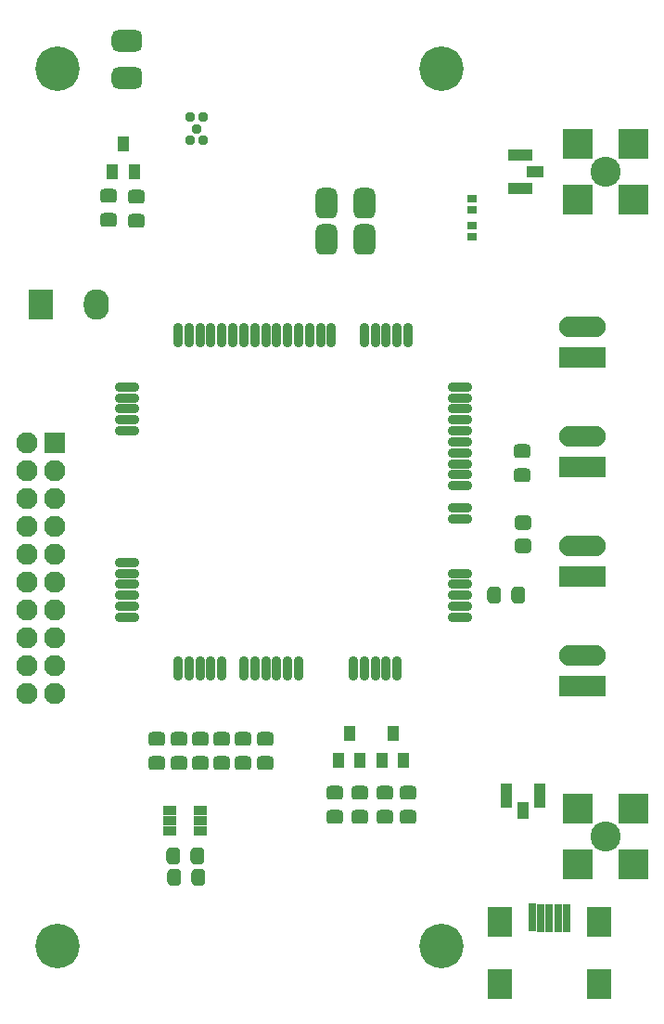
<source format=gbs>
G04*
G04 #@! TF.GenerationSoftware,Altium Limited,Altium Designer,20.1.11 (218)*
G04*
G04 Layer_Color=16711935*
%FSTAX24Y24*%
%MOIN*%
G70*
G04*
G04 #@! TF.SameCoordinates,265BAA9A-0927-4A7B-A448-E96A6529A9FE*
G04*
G04*
G04 #@! TF.FilePolarity,Negative*
G04*
G01*
G75*
G04:AMPARAMS|DCode=46|XSize=77mil|YSize=110mil|CornerRadius=21.7mil|HoleSize=0mil|Usage=FLASHONLY|Rotation=90.000|XOffset=0mil|YOffset=0mil|HoleType=Round|Shape=RoundedRectangle|*
%AMROUNDEDRECTD46*
21,1,0.0770,0.0665,0,0,90.0*
21,1,0.0335,0.1100,0,0,90.0*
1,1,0.0435,0.0333,0.0168*
1,1,0.0435,0.0333,-0.0168*
1,1,0.0435,-0.0333,-0.0168*
1,1,0.0435,-0.0333,0.0168*
%
%ADD46ROUNDEDRECTD46*%
G04:AMPARAMS|DCode=47|XSize=50mil|YSize=62mil|CornerRadius=15mil|HoleSize=0mil|Usage=FLASHONLY|Rotation=0.000|XOffset=0mil|YOffset=0mil|HoleType=Round|Shape=RoundedRectangle|*
%AMROUNDEDRECTD47*
21,1,0.0500,0.0320,0,0,0.0*
21,1,0.0200,0.0620,0,0,0.0*
1,1,0.0300,0.0100,-0.0160*
1,1,0.0300,-0.0100,-0.0160*
1,1,0.0300,-0.0100,0.0160*
1,1,0.0300,0.0100,0.0160*
%
%ADD47ROUNDEDRECTD47*%
G04:AMPARAMS|DCode=49|XSize=50mil|YSize=62mil|CornerRadius=15mil|HoleSize=0mil|Usage=FLASHONLY|Rotation=90.000|XOffset=0mil|YOffset=0mil|HoleType=Round|Shape=RoundedRectangle|*
%AMROUNDEDRECTD49*
21,1,0.0500,0.0320,0,0,90.0*
21,1,0.0200,0.0620,0,0,90.0*
1,1,0.0300,0.0160,0.0100*
1,1,0.0300,0.0160,-0.0100*
1,1,0.0300,-0.0160,-0.0100*
1,1,0.0300,-0.0160,0.0100*
%
%ADD49ROUNDEDRECTD49*%
%ADD60R,0.1084X0.1084*%
%ADD61C,0.1084*%
%ADD62R,0.0769X0.0769*%
%ADD63C,0.0769*%
%ADD64O,0.0900X0.1100*%
%ADD65R,0.0900X0.1100*%
%ADD66C,0.0370*%
%ADD67O,0.1675X0.0750*%
%ADD68R,0.1675X0.0750*%
%ADD69C,0.1596*%
%ADD102O,0.0887X0.0336*%
%ADD103R,0.0494X0.0317*%
%ADD104R,0.0890X0.0430*%
%ADD105R,0.0600X0.0430*%
G04:AMPARAMS|DCode=106|XSize=77mil|YSize=110mil|CornerRadius=21.7mil|HoleSize=0mil|Usage=FLASHONLY|Rotation=0.000|XOffset=0mil|YOffset=0mil|HoleType=Round|Shape=RoundedRectangle|*
%AMROUNDEDRECTD106*
21,1,0.0770,0.0665,0,0,0.0*
21,1,0.0335,0.1100,0,0,0.0*
1,1,0.0435,0.0168,-0.0333*
1,1,0.0435,-0.0168,-0.0333*
1,1,0.0435,-0.0168,0.0333*
1,1,0.0435,0.0168,0.0333*
%
%ADD106ROUNDEDRECTD106*%
%ADD107O,0.0336X0.0887*%
G04:AMPARAMS|DCode=108|XSize=53.3mil|YSize=61.2mil|CornerRadius=15.8mil|HoleSize=0mil|Usage=FLASHONLY|Rotation=270.000|XOffset=0mil|YOffset=0mil|HoleType=Round|Shape=RoundedRectangle|*
%AMROUNDEDRECTD108*
21,1,0.0533,0.0295,0,0,270.0*
21,1,0.0217,0.0612,0,0,270.0*
1,1,0.0317,-0.0148,-0.0108*
1,1,0.0317,-0.0148,0.0108*
1,1,0.0317,0.0148,0.0108*
1,1,0.0317,0.0148,-0.0108*
%
%ADD108ROUNDEDRECTD108*%
%ADD109R,0.0435X0.0572*%
%ADD110R,0.0336X0.0280*%
%ADD111R,0.0887X0.1084*%
%ADD112R,0.0297X0.0986*%
%ADD113R,0.0430X0.0890*%
%ADD114R,0.0430X0.0600*%
D46*
X097709Y111579D02*
D03*
Y112939D02*
D03*
D47*
X100278Y082899D02*
D03*
X099411D02*
D03*
X110907Y093027D02*
D03*
X111774D02*
D03*
X099392Y083667D02*
D03*
X100258D02*
D03*
D49*
X101118Y086983D02*
D03*
X101118Y08785D02*
D03*
X10697Y08594D02*
D03*
Y085074D02*
D03*
X098033Y107318D02*
D03*
Y106452D02*
D03*
X097059Y107357D02*
D03*
Y106491D02*
D03*
X111921Y098184D02*
D03*
Y097318D02*
D03*
X107813Y08594D02*
D03*
Y085074D02*
D03*
X106065Y08594D02*
D03*
Y085074D02*
D03*
X101894Y086983D02*
D03*
Y08785D02*
D03*
X099567Y086983D02*
D03*
X099567Y08785D02*
D03*
X102669Y086983D02*
D03*
Y08785D02*
D03*
X100343Y086983D02*
D03*
Y08785D02*
D03*
X098791Y086983D02*
D03*
Y08785D02*
D03*
X105189Y08593D02*
D03*
Y085064D02*
D03*
D60*
X113904Y10721D02*
D03*
X115904D02*
D03*
Y10921D02*
D03*
X113904D02*
D03*
Y083356D02*
D03*
X115904D02*
D03*
Y085356D02*
D03*
X113904D02*
D03*
D61*
X114904Y10821D02*
D03*
Y084356D02*
D03*
D62*
X0951Y0985D02*
D03*
D63*
Y0975D02*
D03*
Y0965D02*
D03*
Y0955D02*
D03*
X0951Y0945D02*
D03*
X0941Y0945D02*
D03*
X0951Y0935D02*
D03*
X0941D02*
D03*
X0951Y0925D02*
D03*
X0941D02*
D03*
X0951Y0915D02*
D03*
X0941D02*
D03*
X0951Y0905D02*
D03*
X0941D02*
D03*
X0951Y0895D02*
D03*
X0941D02*
D03*
Y0985D02*
D03*
Y0975D02*
D03*
Y0965D02*
D03*
Y0955D02*
D03*
D64*
X0966Y10345D02*
D03*
D65*
X0946D02*
D03*
D66*
X100208Y109776D02*
D03*
X100438Y110206D02*
D03*
X099978D02*
D03*
Y109346D02*
D03*
X100438D02*
D03*
D67*
X114066Y094798D02*
D03*
Y098735D02*
D03*
Y102672D02*
D03*
Y090861D02*
D03*
D68*
Y093698D02*
D03*
Y097635D02*
D03*
Y101572D02*
D03*
Y089761D02*
D03*
D69*
X095218Y080419D02*
D03*
X108998D02*
D03*
Y111915D02*
D03*
X095218D02*
D03*
D102*
X109667Y096167D02*
D03*
Y097348D02*
D03*
Y09223D02*
D03*
Y100497D02*
D03*
X097699Y093804D02*
D03*
Y093017D02*
D03*
X109667Y100104D02*
D03*
Y09971D02*
D03*
Y098922D02*
D03*
Y099316D02*
D03*
Y097741D02*
D03*
Y098529D02*
D03*
Y095773D02*
D03*
Y093017D02*
D03*
Y092623D02*
D03*
Y093411D02*
D03*
Y093804D02*
D03*
X097699Y092623D02*
D03*
Y093411D02*
D03*
Y09971D02*
D03*
Y100104D02*
D03*
Y099316D02*
D03*
Y098922D02*
D03*
Y094198D02*
D03*
X109667Y098135D02*
D03*
Y096954D02*
D03*
X097699Y09223D02*
D03*
Y100497D02*
D03*
D103*
X099255Y084926D02*
D03*
Y0853D02*
D03*
Y084552D02*
D03*
X100335D02*
D03*
Y084926D02*
D03*
Y0853D02*
D03*
D104*
X111858Y10881D02*
D03*
Y10761D02*
D03*
D105*
X112388Y10821D02*
D03*
D106*
X104873Y105783D02*
D03*
X106233D02*
D03*
X104873Y107102D02*
D03*
X106233D02*
D03*
D107*
X101911Y090379D02*
D03*
X099943Y102348D02*
D03*
X100337D02*
D03*
X101124D02*
D03*
X10073D02*
D03*
X102305D02*
D03*
X102699D02*
D03*
X101911D02*
D03*
X101518D02*
D03*
X104667D02*
D03*
X105061D02*
D03*
X10388D02*
D03*
X104274D02*
D03*
X103486D02*
D03*
X103093D02*
D03*
X10703D02*
D03*
X107423D02*
D03*
X106636D02*
D03*
X106242D02*
D03*
X101124Y090379D02*
D03*
X10073D02*
D03*
X099943D02*
D03*
X100337D02*
D03*
X10388D02*
D03*
X103093D02*
D03*
X103486D02*
D03*
X102305D02*
D03*
X102699D02*
D03*
X105848D02*
D03*
X106636D02*
D03*
X106242D02*
D03*
X10703D02*
D03*
X107423D02*
D03*
X099549D02*
D03*
Y102348D02*
D03*
X107817D02*
D03*
D108*
X111931Y095615D02*
D03*
Y094789D02*
D03*
D109*
X097968Y10823D02*
D03*
X097168D02*
D03*
X097575Y109222D02*
D03*
X106878Y087092D02*
D03*
X107636Y087094D02*
D03*
X107264Y088076D02*
D03*
X105707Y088063D02*
D03*
X106079Y087081D02*
D03*
X105321Y087079D02*
D03*
D110*
X1101Y107269D02*
D03*
Y106875D02*
D03*
X11011Y105891D02*
D03*
Y106285D02*
D03*
D111*
X114668Y081304D02*
D03*
X114669Y079044D02*
D03*
X111126D02*
D03*
X111124Y081304D02*
D03*
D112*
X113516Y081424D02*
D03*
X113206Y081429D02*
D03*
X112896Y081434D02*
D03*
X112586Y081439D02*
D03*
X112276Y081444D02*
D03*
D113*
X112551Y085827D02*
D03*
X111351D02*
D03*
D114*
X111951Y085297D02*
D03*
M02*

</source>
